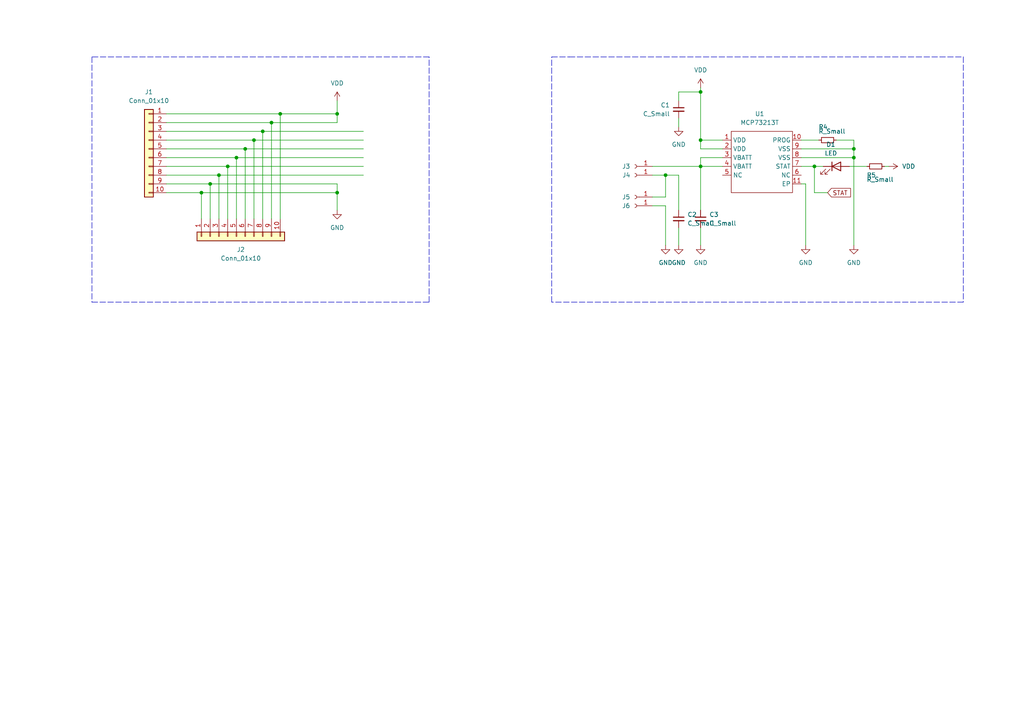
<source format=kicad_sch>
(kicad_sch (version 20211123) (generator eeschema)
  (paper "A4")
  (lib_symbols
    (symbol "Connector:Conn_01x01_Female" (pin_names (offset 1.016) hide)
      (property "Reference" "J" (at 0 2.54 0))
      (property "Value" "Conn_01x01_Female" (at 0 -2.54 0))
      (symbol "Conn_01x01_Female_1_1"
        (polyline (pts (xy -1.27 0) (xy -0.508 0)) (stroke (width 0.1524)))
        (arc (start 0 0.508) (mid -0.508 0) (end 0 -0.508) (stroke (width 0.1524)))
        (pin passive line (at -5.08 0 0) (length 3.81) (name "Pin_1") (number "1"))
      )
    )
    (symbol "Connector_Generic:Conn_01x10" (pin_names (offset 1.016) hide)
      (property "Reference" "J" (at 0 12.7 0))
      (property "Value" "Conn_01x10" (at 0 -15.24 0))
      (symbol "Conn_01x10_1_1"
        (rectangle (start -1.27 -12.573) (end 0 -12.827) (stroke (width 0.1524)))
        (rectangle (start -1.27 -10.033) (end 0 -10.287) (stroke (width 0.1524)))
        (rectangle (start -1.27 -7.493) (end 0 -7.747) (stroke (width 0.1524)))
        (rectangle (start -1.27 -4.953) (end 0 -5.207) (stroke (width 0.1524)))
        (rectangle (start -1.27 -2.413) (end 0 -2.667) (stroke (width 0.1524)))
        (rectangle (start -1.27 0.127) (end 0 -0.127) (stroke (width 0.1524)))
        (rectangle (start -1.27 2.667) (end 0 2.413) (stroke (width 0.1524)))
        (rectangle (start -1.27 5.207) (end 0 4.953) (stroke (width 0.1524)))
        (rectangle (start -1.27 7.747) (end 0 7.493) (stroke (width 0.1524)))
        (rectangle (start -1.27 10.287) (end 0 10.033) (stroke (width 0.1524)))
        (rectangle (start -1.27 11.43) (end 1.27 -13.97) (stroke (width 0.254)) (fill (type background)))
        (pin passive line (at -5.08 10.16 0) (length 3.81) (name "Pin_1") (number "1"))
        (pin passive line (at -5.08 -12.7 0) (length 3.81) (name "Pin_10") (number "10"))
        (pin passive line (at -5.08 7.62 0) (length 3.81) (name "Pin_2") (number "2"))
        (pin passive line (at -5.08 5.08 0) (length 3.81) (name "Pin_3") (number "3"))
        (pin passive line (at -5.08 2.54 0) (length 3.81) (name "Pin_4") (number "4"))
        (pin passive line (at -5.08 0 0) (length 3.81) (name "Pin_5") (number "5"))
        (pin passive line (at -5.08 -2.54 0) (length 3.81) (name "Pin_6") (number "6"))
        (pin passive line (at -5.08 -5.08 0) (length 3.81) (name "Pin_7") (number "7"))
        (pin passive line (at -5.08 -7.62 0) (length 3.81) (name "Pin_8") (number "8"))
        (pin passive line (at -5.08 -10.16 0) (length 3.81) (name "Pin_9") (number "9"))
      )
    )
    (symbol "Device:C_Small" (pin_numbers hide) (pin_names (offset 0.254) hide)
      (property "Reference" "C" (at 0.254 1.778 0))
      (property "Value" "C_Small" (at 0.254 -2.032 0))
      (symbol "C_Small_0_1"
        (polyline (pts (xy -1.524 -0.508) (xy 1.524 -0.508)) (stroke (width 0.3302)))
        (polyline (pts (xy -1.524 0.508) (xy 1.524 0.508)) (stroke (width 0.3048)))
      )
      (symbol "C_Small_1_1"
        (pin passive line (at 0 2.54 270) (length 2.032) (name "~") (number "1"))
        (pin passive line (at 0 -2.54 90) (length 2.032) (name "~") (number "2"))
      )
    )
    (symbol "Device:LED" (pin_numbers hide) (pin_names (offset 1.016) hide)
      (property "Reference" "D" (at 0 2.54 0))
      (property "Value" "LED" (at 0 -2.54 0))
      (symbol "LED_0_1"
        (polyline (pts (xy -1.27 -1.27) (xy -1.27 1.27)) (stroke (width 0.254)))
        (polyline (pts (xy -1.27 0) (xy 1.27 0)))
        (polyline (pts (xy 1.27 -1.27) (xy 1.27 1.27) (xy -1.27 0) (xy 1.27 -1.27)) (stroke (width 0.254)))
        (polyline (pts (xy -3.048 -0.762) (xy -4.572 -2.286) (xy -3.81 -2.286) (xy -4.572 -2.286) (xy -4.572 -1.524)))
        (polyline (pts (xy -1.778 -0.762) (xy -3.302 -2.286) (xy -2.54 -2.286) (xy -3.302 -2.286) (xy -3.302 -1.524)))
      )
      (symbol "LED_1_1"
        (pin passive line (at -3.81 0 0) (length 2.54) (name "K") (number "1"))
        (pin passive line (at 3.81 0 180) (length 2.54) (name "A") (number "2"))
      )
    )
    (symbol "Device:R_Small" (pin_numbers hide) (pin_names (offset 0.254) hide)
      (property "Reference" "R" (at 0.762 0.508 0))
      (property "Value" "R_Small" (at 0.762 -1.016 0))
      (symbol "R_Small_0_1"
        (rectangle (start -0.762 1.778) (end 0.762 -1.778) (stroke (width 0.2032)))
      )
      (symbol "R_Small_1_1"
        (pin passive line (at 0 2.54 270) (length 0.762) (name "~") (number "1"))
        (pin passive line (at 0 -2.54 90) (length 0.762) (name "~") (number "2"))
      )
    )
    (symbol "MCP73213T_LIB:MCP73213T"
      (property "Reference" "U" (at 11.43 -16.51 0))
      (property "Value" "MCP73213T" (at 11.43 3.81 0))
      (symbol "MCP73213T_0_1"
        (rectangle (start 2.54 2.54) (end 20.32 -15.24) (stroke (width 0.1524)))
      )
      (symbol "MCP73213T_1_1"
        (pin input line (at 0 0 0) (length 2.54) (name "VDD") (number "1"))
        (pin input line (at 22.86 0 180) (length 2.54) (name "PROG") (number "10"))
        (pin input line (at 22.86 -12.7 180) (length 2.54) (name "EP") (number "11"))
        (pin input line (at 0 -2.54 0) (length 2.54) (name "VDD") (number "2"))
        (pin input line (at 0 -5.08 0) (length 2.54) (name "VBATT") (number "3"))
        (pin input line (at 0 -7.62 0) (length 2.54) (name "VBATT") (number "4"))
        (pin input line (at 0 -10.16 0) (length 2.54) (name "NC") (number "5"))
        (pin input line (at 22.86 -10.16 180) (length 2.54) (name "NC") (number "6"))
        (pin input line (at 22.86 -7.62 180) (length 2.54) (name "STAT") (number "7"))
        (pin input line (at 22.86 -5.08 180) (length 2.54) (name "VSS") (number "8"))
        (pin input line (at 22.86 -2.54 180) (length 2.54) (name "VSS") (number "9"))
      )
    )
    (symbol "power:GND" (power) (pin_names (offset 0))
      (property "Value" "GND" (at 0 -3.81 0))
      (symbol "GND_0_1"
        (polyline (pts (xy 0 0) (xy 0 -1.27) (xy 1.27 -1.27) (xy 0 -2.54) (xy -1.27 -1.27) (xy 0 -1.27)))
      )
      (symbol "GND_1_1"
        (pin power_in line (at 0 0 270) (length 0) hide (name "GND") (number "1"))
      )
    )
    (symbol "power:VDD" (power) (pin_names (offset 0))
      (property "Value" "VDD" (at 0 3.81 0))
      (symbol "VDD_0_1"
        (polyline (pts (xy -0.762 1.27) (xy 0 2.54)))
        (polyline (pts (xy 0 0) (xy 0 2.54)))
        (polyline (pts (xy 0 2.54) (xy 0.762 1.27)))
      )
      (symbol "VDD_1_1"
        (pin power_in line (at 0 0 90) (length 0) hide (name "VDD") (number "1"))
      )
    )
  )
  (junction (at 193.04 50.8))
  (junction (at 71.12 43.18))
  (junction (at 97.79 55.88))
  (junction (at 81.28 33.02))
  (junction (at 78.74 35.56))
  (junction (at 76.2 38.1))
  (junction (at 68.58 45.72))
  (junction (at 97.79 33.02))
  (junction (at 247.65 43.18))
  (junction (at 236.22 48.26))
  (junction (at 203.2 48.26))
  (junction (at 203.2 26.67))
  (junction (at 60.96 53.34))
  (junction (at 58.42 55.88))
  (junction (at 247.65 45.72))
  (junction (at 203.2 40.64))
  (junction (at 66.04 48.26))
  (junction (at 63.5 50.8))
  (junction (at 73.66 40.64))
  (wire (pts (xy 71.12 43.18) (xy 105.41 43.18)))
  (wire (pts (xy 232.41 48.26) (xy 236.22 48.26)))
  (wire (pts (xy 68.58 45.72) (xy 105.41 45.72)))
  (polyline (pts (xy 26.67 87.63) (xy 124.46 87.63)))
  (polyline (pts (xy 160.02 16.51) (xy 165.1 16.51)))
  (wire (pts (xy 247.65 40.64) (xy 247.65 43.18)))
  (wire (pts (xy 203.2 25.4) (xy 203.2 26.67)))
  (wire (pts (xy 196.85 34.29) (xy 196.85 36.83)))
  (wire (pts (xy 203.2 66.04) (xy 203.2 71.12)))
  (wire (pts (xy 189.23 48.26) (xy 203.2 48.26)))
  (wire (pts (xy 203.2 40.64) (xy 203.2 43.18)))
  (wire (pts (xy 66.04 48.26) (xy 105.41 48.26)))
  (polyline (pts (xy 160.02 87.63) (xy 160.02 16.51)))
  (wire (pts (xy 256.54 48.26) (xy 257.81 48.26)))
  (wire (pts (xy 236.22 55.88) (xy 240.03 55.88)))
  (wire (pts (xy 203.2 48.26) (xy 203.2 60.96)))
  (wire (pts (xy 63.5 50.8) (xy 105.41 50.8)))
  (wire (pts (xy 189.23 50.8) (xy 193.04 50.8)))
  (wire (pts (xy 232.41 45.72) (xy 247.65 45.72)))
  (polyline (pts (xy 26.67 16.51) (xy 26.67 87.63)))
  (wire (pts (xy 81.28 33.02) (xy 81.28 63.5)))
  (wire (pts (xy 196.85 66.04) (xy 196.85 71.12)))
  (wire (pts (xy 203.2 48.26) (xy 209.55 48.26)))
  (polyline (pts (xy 124.46 87.63) (xy 124.46 16.51)))
  (wire (pts (xy 236.22 48.26) (xy 238.76 48.26)))
  (wire (pts (xy 97.79 53.34) (xy 97.79 55.88)))
  (wire (pts (xy 78.74 35.56) (xy 97.79 35.56)))
  (wire (pts (xy 48.26 43.18) (xy 71.12 43.18)))
  (wire (pts (xy 97.79 55.88) (xy 97.79 60.96)))
  (wire (pts (xy 76.2 38.1) (xy 76.2 63.5)))
  (wire (pts (xy 196.85 26.67) (xy 196.85 29.21)))
  (wire (pts (xy 97.79 33.02) (xy 97.79 29.21)))
  (wire (pts (xy 203.2 45.72) (xy 209.55 45.72)))
  (wire (pts (xy 247.65 43.18) (xy 247.65 45.72)))
  (wire (pts (xy 63.5 50.8) (xy 63.5 63.5)))
  (wire (pts (xy 71.12 43.18) (xy 71.12 63.5)))
  (wire (pts (xy 246.38 48.26) (xy 251.46 48.26)))
  (wire (pts (xy 81.28 33.02) (xy 97.79 33.02)))
  (wire (pts (xy 203.2 26.67) (xy 196.85 26.67)))
  (wire (pts (xy 193.04 50.8) (xy 196.85 50.8)))
  (wire (pts (xy 189.23 59.69) (xy 193.04 59.69)))
  (wire (pts (xy 236.22 48.26) (xy 236.22 55.88)))
  (wire (pts (xy 60.96 53.34) (xy 60.96 63.5)))
  (wire (pts (xy 203.2 45.72) (xy 203.2 48.26)))
  (wire (pts (xy 73.66 40.64) (xy 105.41 40.64)))
  (wire (pts (xy 58.42 55.88) (xy 58.42 63.5)))
  (wire (pts (xy 232.41 40.64) (xy 237.49 40.64)))
  (wire (pts (xy 97.79 35.56) (xy 97.79 33.02)))
  (wire (pts (xy 48.26 40.64) (xy 73.66 40.64)))
  (wire (pts (xy 48.26 48.26) (xy 66.04 48.26)))
  (polyline (pts (xy 165.1 16.51) (xy 279.4 16.51)))
  (wire (pts (xy 73.66 40.64) (xy 73.66 63.5)))
  (wire (pts (xy 203.2 43.18) (xy 209.55 43.18)))
  (wire (pts (xy 48.26 33.02) (xy 81.28 33.02)))
  (wire (pts (xy 58.42 55.88) (xy 97.79 55.88)))
  (wire (pts (xy 68.58 45.72) (xy 68.58 63.5)))
  (wire (pts (xy 232.41 53.34) (xy 233.68 53.34)))
  (wire (pts (xy 48.26 50.8) (xy 63.5 50.8)))
  (wire (pts (xy 48.26 38.1) (xy 76.2 38.1)))
  (wire (pts (xy 203.2 26.67) (xy 203.2 40.64)))
  (wire (pts (xy 48.26 55.88) (xy 58.42 55.88)))
  (wire (pts (xy 196.85 50.8) (xy 196.85 60.96)))
  (wire (pts (xy 193.04 59.69) (xy 193.04 71.12)))
  (wire (pts (xy 48.26 53.34) (xy 60.96 53.34)))
  (wire (pts (xy 232.41 43.18) (xy 247.65 43.18)))
  (wire (pts (xy 242.57 40.64) (xy 247.65 40.64)))
  (wire (pts (xy 48.26 45.72) (xy 68.58 45.72)))
  (polyline (pts (xy 279.4 87.63) (xy 160.02 87.63)))
  (wire (pts (xy 66.04 48.26) (xy 66.04 63.5)))
  (polyline (pts (xy 279.4 16.51) (xy 279.4 87.63)))
  (wire (pts (xy 60.96 53.34) (xy 97.79 53.34)))
  (wire (pts (xy 193.04 50.8) (xy 193.04 57.15)))
  (wire (pts (xy 203.2 40.64) (xy 209.55 40.64)))
  (polyline (pts (xy 124.46 16.51) (xy 26.67 16.51)))
  (wire (pts (xy 48.26 35.56) (xy 78.74 35.56)))
  (wire (pts (xy 76.2 38.1) (xy 105.41 38.1)))
  (wire (pts (xy 233.68 53.34) (xy 233.68 71.12)))
  (wire (pts (xy 193.04 57.15) (xy 189.23 57.15)))
  (wire (pts (xy 78.74 35.56) (xy 78.74 63.5)))
  (wire (pts (xy 247.65 45.72) (xy 247.65 71.12)))
  (global_label "STAT" (shape input) (at 240.03 55.88 0) (property "Intersheet References" "${INTERSHEET_REFS}" (effects hide)))
  (symbol (lib_id "Connector_Generic:Conn_01x10") (at 68.58 68.58 90) (mirror x) (unit 1)
    (property "Reference" "J2" (at 69.85 72.39 90))
    (property "Value" "Conn_01x10" (at 69.85 74.93 90))
    (property "Footprint" "Connector_FFC-FPC:Hirose_FH12-10S-0.5SH_1x10-1MP_P0.50mm_Horizontal" (effects hide))
  )
  (symbol (lib_id "Connector_Generic:Conn_01x10") (at 43.18 43.18 0) (mirror y) (unit 1)
    (property "Reference" "J1" (at 43.18 26.67 0))
    (property "Value" "Conn_01x10" (at 43.18 29.21 0))
    (property "Footprint" "Connector_FFC-FPC:Hirose_FH12-10S-0.5SH_1x10-1MP_P0.50mm_Horizontal" (effects hide))
  )
  (symbol (lib_id "Device:R_Small") (at 254 48.26 90) (unit 1)
    (property "Reference" "R5" (at 252.73 50.8 90))
    (property "Value" "R_Small" (at 255.27 52.07 90))
    (property "Footprint" "Resistor_SMD:R_0603_1608Metric" (effects hide))
  )
  (symbol (lib_id "power:VDD") (at 203.2 25.4 0) (unit 1)
    (property "Reference" "#PWR04" (effects hide))
    (property "Value" "VDD" (at 203.2 20.32 0))
  )
  (symbol (lib_id "power:GND") (at 233.68 71.12 0) (unit 1)
    (property "Reference" "#PWR08" (effects hide))
    (property "Value" "GND" (at 233.68 76.2 0))
  )
  (symbol (lib_id "Connector:Conn_01x01_Female") (at 184.15 50.8 180) (unit 1)
    (property "Reference" "J4" (at 182.88 50.8 0) (effects (justify left)))
    (property "Value" "Conn_01x01_Female" (effects hide))
    (property "Footprint" "Connector_PinHeader_1.00mm:PinHeader_1x01_P1.00mm_Vertical" (effects hide))
  )
  (symbol (lib_id "Device:C_Small") (at 196.85 63.5 0) (mirror y) (unit 1)
    (property "Reference" "C2" (at 199.39 62.2362 0) (effects (justify right)))
    (property "Value" "C_Small" (at 199.39 64.7762 0) (effects (justify right)))
    (property "Footprint" "Capacitor_SMD:C_0805_2012Metric_Pad1.18x1.45mm_HandSolder" (effects hide))
  )
  (symbol (lib_id "power:GND") (at 193.04 71.12 0) (unit 1)
    (property "Reference" "#PWR01" (effects hide))
    (property "Value" "GND" (at 193.04 76.2 0))
  )
  (symbol (lib_id "power:GND") (at 196.85 71.12 0) (unit 1)
    (property "Reference" "#PWR03" (effects hide))
    (property "Value" "GND" (at 196.85 76.2 0))
  )
  (symbol (lib_id "Device:C_Small") (at 203.2 63.5 0) (unit 1)
    (property "Reference" "C3" (at 205.74 62.2362 0) (effects (justify left)))
    (property "Value" "C_Small" (at 205.74 64.7762 0) (effects (justify left)))
    (property "Footprint" "Capacitor_SMD:C_0805_2012Metric_Pad1.18x1.45mm_HandSolder" (effects hide))
  )
  (symbol (lib_id "Connector:Conn_01x01_Female") (at 184.15 48.26 180) (unit 1)
    (property "Reference" "J3" (at 181.61 48.26 0))
    (property "Value" "Conn_01x01_Female" (effects hide))
    (property "Footprint" "Connector_PinHeader_1.00mm:PinHeader_1x01_P1.00mm_Vertical" (effects hide))
  )
  (symbol (lib_id "power:GND") (at 97.79 60.96 0) (unit 1)
    (property "Reference" "#PWR07" (effects hide))
    (property "Value" "GND" (at 97.79 66.04 0))
  )
  (symbol (lib_id "Device:R_Small") (at 240.03 40.64 90) (unit 1)
    (property "Reference" "R4" (at 238.76 36.83 90))
    (property "Value" "R_Small" (at 241.3 38.1 90))
    (property "Footprint" "Resistor_SMD:R_0603_1608Metric" (effects hide))
  )
  (symbol (lib_id "power:VDD") (at 257.81 48.26 270) (unit 1)
    (property "Reference" "#PWR010" (effects hide))
    (property "Value" "VDD" (at 261.62 48.2599 90) (effects (justify left)))
  )
  (symbol (lib_id "power:GND") (at 196.85 36.83 0) (unit 1)
    (property "Reference" "#PWR02" (effects hide))
    (property "Value" "GND" (at 196.85 41.91 0))
  )
  (symbol (lib_id "Device:C_Small") (at 196.85 31.75 0) (unit 1)
    (property "Reference" "C1" (at 194.31 30.4862 0) (effects (justify right)))
    (property "Value" "C_Small" (at 194.31 33.0262 0) (effects (justify right)))
    (property "Footprint" "Capacitor_SMD:C_0805_2012Metric_Pad1.18x1.45mm_HandSolder" (effects hide))
  )
  (symbol (lib_id "power:GND") (at 247.65 71.12 0) (unit 1)
    (property "Reference" "#PWR09" (effects hide))
    (property "Value" "GND" (at 247.65 76.2 0))
  )
  (symbol (lib_id "MCP73213T_LIB:MCP73213T") (at 209.55 40.64 0) (unit 1)
    (property "Reference" "U1" (at 220.345 33.02 0))
    (property "Value" "MCP73213T" (at 220.345 35.56 0))
    (property "Footprint" "Package_DFN_QFN:DFN-10-1EP_3x3mm_P0.5mm_EP1.55x2.48mm" (effects hide))
  )
  (symbol (lib_id "power:GND") (at 203.2 71.12 0) (unit 1)
    (property "Reference" "#PWR05" (effects hide))
    (property "Value" "GND" (at 203.2 76.2 0))
  )
  (symbol (lib_id "Connector:Conn_01x01_Female") (at 184.15 59.69 180) (unit 1)
    (property "Reference" "J6" (at 181.61 59.69 0))
    (property "Value" "Conn_01x01_Female" (effects hide))
    (property "Footprint" "Connector_PinHeader_1.00mm:PinHeader_1x01_P1.00mm_Vertical" (effects hide))
  )
  (symbol (lib_id "Device:LED") (at 242.57 48.26 0) (unit 1)
    (property "Reference" "D1" (at 240.9825 41.91 0))
    (property "Value" "LED" (at 240.9825 44.45 0))
    (property "Footprint" "LED_SMD:LED_0603_1608Metric" (effects hide))
  )
  (symbol (lib_id "power:VDD") (at 97.79 29.21 0) (unit 1)
    (property "Reference" "#PWR06" (effects hide))
    (property "Value" "VDD" (at 97.79 24.13 0))
  )
  (symbol (lib_id "Connector:Conn_01x01_Female") (at 184.15 57.15 180) (unit 1)
    (property "Reference" "J5" (at 181.61 57.15 0))
    (property "Value" "Conn_01x01_Female" (effects hide))
    (property "Footprint" "Connector_PinHeader_1.00mm:PinHeader_1x01_P1.00mm_Vertical" (effects hide))
  )
)
</source>
